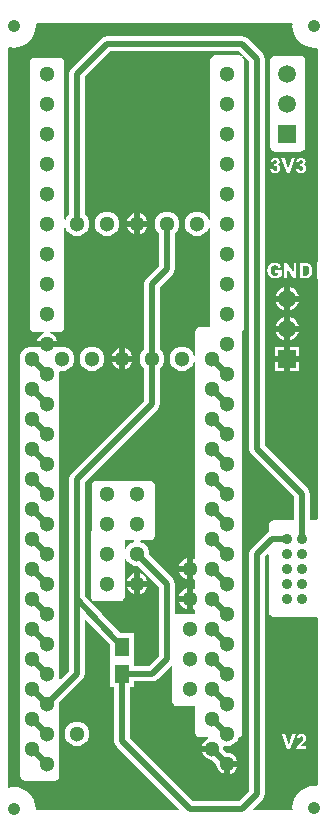
<source format=gtl>
G04 Layer_Physical_Order=1*
G04 Layer_Color=255*
%FSLAX25Y25*%
%MOIN*%
G70*
G01*
G75*
%ADD10R,0.05000X0.06000*%
%ADD11C,0.02000*%
%ADD12C,0.03543*%
%ADD13C,0.05118*%
%ADD14R,0.05906X0.05906*%
%ADD15C,0.05906*%
%ADD16C,0.04200*%
G36*
X87431Y-21056D02*
Y-150000D01*
X87625Y-150976D01*
X88178Y-151802D01*
X102431Y-166056D01*
Y-173864D01*
X95374D01*
X94789Y-173981D01*
X94293Y-174312D01*
X93961Y-174808D01*
X93845Y-175394D01*
Y-177752D01*
X93178Y-178198D01*
X88178Y-183198D01*
X87625Y-184025D01*
X87431Y-185000D01*
Y-263944D01*
X83925Y-267451D01*
X68536D01*
X56783Y-255698D01*
X47529Y-246444D01*
Y-229500D01*
X48980D01*
Y-227549D01*
X54980D01*
X55956Y-227355D01*
X56783Y-226802D01*
X61296Y-222289D01*
X61758Y-222480D01*
Y-234252D01*
X61874Y-234837D01*
X62206Y-235333D01*
X62702Y-235665D01*
X63287Y-235781D01*
X69411D01*
Y-244685D01*
X69527Y-245270D01*
X69858Y-245766D01*
X70355Y-246098D01*
X70940Y-246214D01*
X73513D01*
X73612Y-246714D01*
X73185Y-246891D01*
X72442Y-247462D01*
X71872Y-248205D01*
X71542Y-249000D01*
X74980D01*
Y-251000D01*
X71542D01*
X71872Y-251795D01*
X72442Y-252538D01*
X73185Y-253109D01*
X74051Y-253467D01*
X74963Y-253588D01*
X76393Y-255017D01*
X76513Y-255929D01*
X76872Y-256795D01*
X77442Y-257538D01*
X78185Y-258109D01*
X78980Y-258438D01*
Y-255000D01*
X79980D01*
Y-254000D01*
X83418D01*
X83089Y-253205D01*
X82519Y-252462D01*
X81775Y-251891D01*
X80909Y-251533D01*
X79998Y-251413D01*
X78568Y-249983D01*
X78480Y-249313D01*
X78912Y-248951D01*
X78921Y-248955D01*
X79980Y-249094D01*
X81040Y-248955D01*
X82027Y-248546D01*
X82875Y-247895D01*
X83526Y-247047D01*
X83898Y-246148D01*
X84148Y-246098D01*
X84644Y-245766D01*
X84976Y-245270D01*
X85092Y-244685D01*
Y-110925D01*
X85087Y-110900D01*
X85338Y-110526D01*
X85454Y-109941D01*
Y-20374D01*
X85338Y-19789D01*
X85096Y-19428D01*
X85485Y-19109D01*
X87431Y-21056D01*
D02*
G37*
G36*
X48921Y-181045D02*
X47933Y-181454D01*
X47085Y-182105D01*
X46435Y-182953D01*
X46285Y-183315D01*
X45785Y-183215D01*
Y-180565D01*
X48829D01*
X48921Y-181045D01*
D02*
G37*
G36*
X101507Y-7972D02*
X101843Y-8343D01*
X101768Y-9098D01*
X101907Y-10512D01*
X102320Y-11870D01*
X102989Y-13123D01*
X103890Y-14220D01*
X104988Y-15121D01*
X106240Y-15791D01*
X107599Y-16203D01*
X109012Y-16342D01*
X109767Y-16268D01*
X110138Y-16603D01*
Y-87533D01*
X110030Y-87989D01*
X109638Y-87989D01*
X93405D01*
Y-93198D01*
X109638D01*
X110030Y-93198D01*
X110138Y-93653D01*
Y-173472D01*
X109638Y-173882D01*
X109547Y-173864D01*
X107529D01*
Y-165000D01*
X107335Y-164024D01*
X106783Y-163198D01*
X92529Y-148944D01*
Y-20000D01*
X92335Y-19025D01*
X91783Y-18198D01*
X86783Y-13198D01*
X85956Y-12645D01*
X84980Y-12451D01*
X39980D01*
X39005Y-12645D01*
X38178Y-13198D01*
X28178Y-23198D01*
X27625Y-24024D01*
X27431Y-25000D01*
Y-71840D01*
X27085Y-72105D01*
X26435Y-72953D01*
X26144Y-73656D01*
X25644Y-73556D01*
Y-21161D01*
X25527Y-20576D01*
X25196Y-20080D01*
X24699Y-19748D01*
X24114Y-19632D01*
X15748D01*
X15163Y-19748D01*
X14667Y-20080D01*
X14335Y-20576D01*
X14219Y-21161D01*
Y-109512D01*
X14335Y-110098D01*
X14667Y-110594D01*
X15163Y-110925D01*
X15748Y-111042D01*
X18978D01*
X19051Y-111533D01*
X18185Y-111891D01*
X17442Y-112462D01*
X16872Y-113205D01*
X16542Y-114000D01*
X19980D01*
X23418D01*
X23089Y-113205D01*
X22519Y-112462D01*
X21775Y-111891D01*
X20909Y-111533D01*
X20983Y-111042D01*
X24114D01*
X24699Y-110925D01*
X25196Y-110594D01*
X25527Y-110098D01*
X25644Y-109512D01*
Y-76444D01*
X26144Y-76344D01*
X26435Y-77047D01*
X27085Y-77895D01*
X27933Y-78546D01*
X28921Y-78955D01*
X29980Y-79094D01*
X31040Y-78955D01*
X32027Y-78546D01*
X32875Y-77895D01*
X33526Y-77047D01*
X33935Y-76060D01*
X34074Y-75000D01*
X33935Y-73940D01*
X33526Y-72953D01*
X32875Y-72105D01*
X32529Y-71840D01*
Y-26056D01*
X41036Y-17549D01*
X83925D01*
X85189Y-18814D01*
X84870Y-19202D01*
X84510Y-18961D01*
X83925Y-18845D01*
X75886D01*
X75301Y-18961D01*
X74804Y-19293D01*
X74473Y-19789D01*
X74356Y-20374D01*
Y-73651D01*
X73856Y-73751D01*
X73526Y-72953D01*
X72875Y-72105D01*
X72027Y-71454D01*
X71040Y-71045D01*
X69980Y-70906D01*
X68921Y-71045D01*
X67933Y-71454D01*
X67085Y-72105D01*
X66435Y-72953D01*
X66026Y-73940D01*
X65886Y-75000D01*
X66026Y-76060D01*
X66435Y-77047D01*
X67085Y-77895D01*
X67933Y-78546D01*
X68921Y-78955D01*
X69980Y-79094D01*
X71040Y-78955D01*
X72027Y-78546D01*
X72875Y-77895D01*
X73526Y-77047D01*
X73856Y-76249D01*
X74356Y-76349D01*
Y-109396D01*
X70940D01*
X70355Y-109512D01*
X69858Y-109844D01*
X69527Y-110340D01*
X69411Y-110925D01*
Y-118840D01*
X68935Y-118940D01*
X68526Y-117953D01*
X67875Y-117105D01*
X67027Y-116454D01*
X66040Y-116045D01*
X64980Y-115906D01*
X63921Y-116045D01*
X62933Y-116454D01*
X62085Y-117105D01*
X61435Y-117953D01*
X61026Y-118940D01*
X60886Y-120000D01*
X61026Y-121060D01*
X61435Y-122047D01*
X62085Y-122895D01*
X62933Y-123546D01*
X63921Y-123955D01*
X64980Y-124094D01*
X66040Y-123955D01*
X67027Y-123546D01*
X67875Y-122895D01*
X68526Y-122047D01*
X68935Y-121060D01*
X69411Y-121160D01*
Y-186406D01*
X68910Y-186740D01*
X68480Y-186562D01*
Y-190000D01*
Y-193438D01*
X68910Y-193260D01*
X69411Y-193594D01*
Y-196406D01*
X68910Y-196740D01*
X68480Y-196562D01*
Y-200000D01*
Y-203438D01*
X68910Y-203260D01*
X69411Y-203594D01*
Y-204925D01*
X63287D01*
X63029Y-204976D01*
X62529Y-204601D01*
Y-195000D01*
X62335Y-194025D01*
X61783Y-193198D01*
X54018Y-185432D01*
X54074Y-185000D01*
X53935Y-183940D01*
X53526Y-182953D01*
X52875Y-182105D01*
X52027Y-181454D01*
X51040Y-181045D01*
X51131Y-180565D01*
X54331D01*
X54916Y-180448D01*
X55412Y-180117D01*
X55744Y-179621D01*
X55860Y-179035D01*
Y-162106D01*
X55744Y-161521D01*
X55412Y-161025D01*
X54916Y-160693D01*
X54331Y-160577D01*
X36417D01*
X35832Y-160693D01*
X35336Y-161025D01*
X35004Y-161521D01*
X34888Y-162106D01*
Y-177051D01*
X34611Y-177466D01*
X34494Y-178051D01*
Y-199311D01*
X34611Y-199896D01*
X34942Y-200393D01*
X35438Y-200724D01*
X36024Y-200840D01*
X44256D01*
X44841Y-200724D01*
X45337Y-200393D01*
X45669Y-199896D01*
X45785Y-199311D01*
Y-186785D01*
X46285Y-186685D01*
X46435Y-187047D01*
X47085Y-187895D01*
X47933Y-188546D01*
X48921Y-188955D01*
X49980Y-189094D01*
X50413Y-189037D01*
X57431Y-196056D01*
Y-218944D01*
X53925Y-222451D01*
X48980D01*
Y-220500D01*
Y-211500D01*
X44256D01*
X32529Y-198992D01*
Y-161056D01*
X56783Y-136802D01*
X57335Y-135976D01*
X57529Y-135000D01*
Y-123160D01*
X57875Y-122895D01*
X58526Y-122047D01*
X58935Y-121060D01*
X59074Y-120000D01*
X58935Y-118940D01*
X58526Y-117953D01*
X57875Y-117105D01*
X57529Y-116840D01*
Y-96056D01*
X61783Y-91802D01*
X62335Y-90975D01*
X62529Y-90000D01*
Y-78160D01*
X62875Y-77895D01*
X63526Y-77047D01*
X63935Y-76060D01*
X64074Y-75000D01*
X63935Y-73940D01*
X63526Y-72953D01*
X62875Y-72105D01*
X62027Y-71454D01*
X61040Y-71045D01*
X59980Y-70906D01*
X58921Y-71045D01*
X57933Y-71454D01*
X57085Y-72105D01*
X56435Y-72953D01*
X56026Y-73940D01*
X55886Y-75000D01*
X56026Y-76060D01*
X56435Y-77047D01*
X57085Y-77895D01*
X57431Y-78160D01*
Y-88944D01*
X53178Y-93198D01*
X52625Y-94024D01*
X52431Y-95000D01*
Y-116840D01*
X52085Y-117105D01*
X51435Y-117953D01*
X51026Y-118940D01*
X50886Y-120000D01*
X51026Y-121060D01*
X51435Y-122047D01*
X52085Y-122895D01*
X52431Y-123160D01*
Y-133944D01*
X28178Y-158198D01*
X27625Y-159025D01*
X27431Y-160000D01*
Y-200000D01*
Y-223944D01*
X24531Y-226845D01*
X24069Y-226654D01*
Y-225043D01*
X24074Y-225000D01*
X24069Y-224957D01*
Y-215043D01*
X24074Y-215000D01*
X24069Y-214957D01*
Y-205043D01*
X24074Y-205000D01*
X24069Y-204957D01*
Y-195043D01*
X24074Y-195000D01*
X24069Y-194957D01*
Y-185043D01*
X24074Y-185000D01*
X24069Y-184957D01*
Y-175043D01*
X24074Y-175000D01*
X24069Y-174957D01*
Y-165043D01*
X24074Y-165000D01*
X24069Y-164957D01*
Y-155043D01*
X24074Y-155000D01*
X24069Y-154957D01*
Y-145043D01*
X24074Y-145000D01*
X24069Y-144957D01*
Y-135043D01*
X24074Y-135000D01*
X24069Y-134957D01*
Y-125043D01*
X24074Y-125000D01*
X24069Y-124957D01*
Y-124353D01*
X24445Y-124024D01*
X24980Y-124094D01*
X26040Y-123955D01*
X27027Y-123546D01*
X27875Y-122895D01*
X28526Y-122047D01*
X28935Y-121060D01*
X29074Y-120000D01*
X28935Y-118940D01*
X28526Y-117953D01*
X27875Y-117105D01*
X27027Y-116454D01*
X26040Y-116045D01*
X24980Y-115906D01*
X23921Y-116045D01*
X23912Y-116049D01*
X23853Y-116000D01*
X19980D01*
X16107D01*
X16049Y-116049D01*
X16040Y-116045D01*
X14980Y-115906D01*
X13921Y-116045D01*
X12933Y-116454D01*
X12085Y-117105D01*
X11435Y-117953D01*
X11026Y-118940D01*
X10886Y-120000D01*
X11026Y-121060D01*
X11069Y-121164D01*
Y-128836D01*
X11026Y-128940D01*
X10886Y-130000D01*
X11026Y-131060D01*
X11069Y-131164D01*
Y-138836D01*
X11026Y-138940D01*
X10886Y-140000D01*
X11026Y-141060D01*
X11069Y-141164D01*
Y-148836D01*
X11026Y-148940D01*
X10886Y-150000D01*
X11026Y-151060D01*
X11069Y-151164D01*
Y-158836D01*
X11026Y-158940D01*
X10886Y-160000D01*
X11026Y-161060D01*
X11069Y-161164D01*
Y-168836D01*
X11026Y-168940D01*
X10886Y-170000D01*
X11026Y-171060D01*
X11069Y-171164D01*
Y-178836D01*
X11026Y-178940D01*
X10886Y-180000D01*
X11026Y-181060D01*
X11069Y-181164D01*
Y-188836D01*
X11026Y-188940D01*
X10886Y-190000D01*
X11026Y-191060D01*
X11069Y-191164D01*
Y-198836D01*
X11026Y-198940D01*
X10886Y-200000D01*
X11026Y-201060D01*
X11069Y-201164D01*
Y-208836D01*
X11026Y-208940D01*
X10886Y-210000D01*
X11026Y-211060D01*
X11069Y-211164D01*
Y-218836D01*
X11026Y-218940D01*
X10886Y-220000D01*
X11026Y-221060D01*
X11069Y-221164D01*
Y-228836D01*
X11026Y-228940D01*
X10886Y-230000D01*
X11026Y-231060D01*
X11069Y-231164D01*
Y-238836D01*
X11026Y-238940D01*
X10886Y-240000D01*
X11026Y-241060D01*
X11069Y-241164D01*
Y-248836D01*
X11026Y-248940D01*
X10886Y-250000D01*
X11026Y-251060D01*
X11069Y-251164D01*
Y-259055D01*
X11186Y-259640D01*
X11517Y-260137D01*
X12013Y-260468D01*
X12598Y-260584D01*
X22539D01*
X23125Y-260468D01*
X23621Y-260137D01*
X23952Y-259640D01*
X24069Y-259055D01*
Y-255043D01*
X24074Y-255000D01*
X24069Y-254957D01*
Y-245043D01*
X24074Y-245000D01*
X24069Y-244957D01*
Y-235043D01*
X24074Y-235000D01*
X24069Y-234957D01*
Y-234516D01*
X31783Y-226802D01*
X32335Y-225975D01*
X32529Y-225000D01*
Y-207126D01*
X32994Y-206942D01*
X40980Y-215460D01*
Y-220500D01*
Y-229500D01*
X42431D01*
Y-247500D01*
X42625Y-248476D01*
X43178Y-249302D01*
X53178Y-259302D01*
X55678Y-261802D01*
X63886Y-270010D01*
X63695Y-270473D01*
X16550Y-270472D01*
X16214Y-270102D01*
X16224Y-270000D01*
X16085Y-268587D01*
X15673Y-267228D01*
X15003Y-265976D01*
X14102Y-264878D01*
X13005Y-263977D01*
X11752Y-263308D01*
X10393Y-262896D01*
X8980Y-262756D01*
X7567Y-262896D01*
X7350Y-262961D01*
X6949Y-262664D01*
X6949Y-16337D01*
X7350Y-16039D01*
X7567Y-16104D01*
X8980Y-16243D01*
X10393Y-16104D01*
X11752Y-15692D01*
X13005Y-15023D01*
X14102Y-14122D01*
X15003Y-13024D01*
X15673Y-11772D01*
X16085Y-10413D01*
X16224Y-9000D01*
X16159Y-8343D01*
X16495Y-7972D01*
X101507Y-7972D01*
D02*
G37*
G36*
X93845Y-185394D02*
Y-204429D01*
X93961Y-205014D01*
X94293Y-205511D01*
X94789Y-205842D01*
X95374Y-205959D01*
X109547D01*
X109638Y-205941D01*
X110138Y-206351D01*
Y-262137D01*
X109767Y-262473D01*
X109012Y-262398D01*
X107599Y-262537D01*
X106240Y-262950D01*
X104988Y-263619D01*
X103890Y-264520D01*
X102989Y-265617D01*
X102320Y-266870D01*
X101907Y-268229D01*
X101768Y-269642D01*
X101814Y-270102D01*
X101478Y-270473D01*
X88766D01*
X88575Y-270010D01*
X91783Y-266802D01*
X92335Y-265975D01*
X92529Y-265000D01*
Y-186056D01*
X93383Y-185202D01*
X93845Y-185394D01*
D02*
G37*
G36*
X93409Y-90711D02*
X93420Y-90842D01*
X93435Y-90970D01*
X93453Y-91094D01*
X93475Y-91210D01*
X93500Y-91319D01*
X93526Y-91425D01*
X93555Y-91520D01*
X93580Y-91607D01*
X93606Y-91687D01*
X93631Y-91752D01*
X93653Y-91811D01*
X93675Y-91858D01*
X93689Y-91891D01*
X93697Y-91913D01*
X93700Y-91920D01*
X93759Y-92033D01*
X93824Y-92138D01*
X93890Y-92237D01*
X93962Y-92328D01*
X94035Y-92411D01*
X94108Y-92491D01*
X94181Y-92561D01*
X94250Y-92623D01*
X94319Y-92681D01*
X94381Y-92728D01*
X94436Y-92772D01*
X94487Y-92804D01*
X94527Y-92830D01*
X94556Y-92852D01*
X94574Y-92863D01*
X94581Y-92866D01*
X94694Y-92925D01*
X94811Y-92976D01*
X94927Y-93019D01*
X95047Y-93059D01*
X95164Y-93088D01*
X95276Y-93117D01*
X95386Y-93139D01*
X95491Y-93158D01*
X95590Y-93168D01*
X95680Y-93179D01*
X95761Y-93187D01*
X95830Y-93194D01*
X95884D01*
X95906Y-93198D01*
X93405D01*
Y-90577D01*
X93409Y-90711D01*
D02*
G37*
G36*
X95775Y-87992D02*
X95648Y-88000D01*
X95524Y-88011D01*
X95411Y-88029D01*
X95306Y-88047D01*
X95207Y-88069D01*
X95113Y-88091D01*
X95029Y-88112D01*
X94956Y-88138D01*
X94891Y-88160D01*
X94832Y-88182D01*
X94785Y-88200D01*
X94749Y-88218D01*
X94720Y-88229D01*
X94705Y-88236D01*
X94698Y-88240D01*
X94581Y-88305D01*
X94476Y-88375D01*
X94374Y-88447D01*
X94279Y-88524D01*
X94192Y-88604D01*
X94115Y-88680D01*
X94042Y-88757D01*
X93977Y-88833D01*
X93922Y-88902D01*
X93871Y-88968D01*
X93828Y-89026D01*
X93795Y-89077D01*
X93770Y-89121D01*
X93748Y-89154D01*
X93737Y-89172D01*
X93733Y-89179D01*
X93675Y-89296D01*
X93624Y-89416D01*
X93580Y-89536D01*
X93544Y-89656D01*
X93511Y-89772D01*
X93486Y-89889D01*
X93464Y-90002D01*
X93446Y-90107D01*
X93435Y-90206D01*
X93424Y-90297D01*
X93416Y-90377D01*
X93409Y-90446D01*
Y-90500D01*
X93405Y-90522D01*
Y-87989D01*
X95906D01*
X95775Y-87992D01*
D02*
G37*
G36*
X110030Y-93198D02*
X95961D01*
X96077Y-93194D01*
X96194Y-93187D01*
X96307Y-93176D01*
X96416Y-93161D01*
X96521Y-93143D01*
X96623Y-93125D01*
X96718Y-93103D01*
X96809Y-93081D01*
X96889Y-93059D01*
X96962Y-93037D01*
X97027Y-93019D01*
X97082Y-93001D01*
X97129Y-92987D01*
X97162Y-92976D01*
X97180Y-92968D01*
X97188Y-92965D01*
X97297Y-92921D01*
X97402Y-92874D01*
X97500Y-92826D01*
X97588Y-92779D01*
X97672Y-92732D01*
X97748Y-92688D01*
X97817Y-92644D01*
X97879Y-92604D01*
X97934Y-92564D01*
X97981Y-92528D01*
X98025Y-92499D01*
X98057Y-92470D01*
X98083Y-92448D01*
X98101Y-92433D01*
X98112Y-92422D01*
X98116Y-92419D01*
Y-90409D01*
X95924D01*
Y-91261D01*
X97089D01*
Y-91902D01*
X96998Y-91967D01*
X96904Y-92026D01*
X96812Y-92076D01*
X96725Y-92120D01*
X96685Y-92138D01*
X96649Y-92157D01*
X96616Y-92171D01*
X96591Y-92182D01*
X96569Y-92193D01*
X96551Y-92197D01*
X96539Y-92204D01*
X96536D01*
X96416Y-92244D01*
X96299Y-92277D01*
X96194Y-92299D01*
X96143Y-92306D01*
X96096Y-92313D01*
X96052Y-92317D01*
X96015Y-92320D01*
X95979Y-92324D01*
X95950D01*
X95928Y-92328D01*
X95895D01*
X95779Y-92324D01*
X95666Y-92309D01*
X95560Y-92288D01*
X95462Y-92259D01*
X95367Y-92222D01*
X95280Y-92186D01*
X95204Y-92146D01*
X95131Y-92102D01*
X95069Y-92062D01*
X95011Y-92022D01*
X94963Y-91982D01*
X94923Y-91949D01*
X94891Y-91920D01*
X94869Y-91898D01*
X94854Y-91884D01*
X94851Y-91880D01*
X94781Y-91793D01*
X94720Y-91694D01*
X94665Y-91589D01*
X94621Y-91479D01*
X94581Y-91370D01*
X94552Y-91258D01*
X94523Y-91148D01*
X94505Y-91039D01*
X94487Y-90937D01*
X94476Y-90842D01*
X94465Y-90759D01*
X94461Y-90682D01*
X94458Y-90650D01*
Y-90620D01*
X94454Y-90599D01*
Y-90577D01*
Y-90559D01*
Y-90548D01*
Y-90540D01*
Y-90537D01*
X94458Y-90387D01*
X94472Y-90246D01*
X94490Y-90114D01*
X94516Y-89991D01*
X94545Y-89878D01*
X94578Y-89776D01*
X94614Y-89681D01*
X94650Y-89598D01*
X94687Y-89525D01*
X94723Y-89463D01*
X94756Y-89408D01*
X94785Y-89365D01*
X94811Y-89328D01*
X94829Y-89303D01*
X94843Y-89288D01*
X94847Y-89285D01*
X94923Y-89208D01*
X95007Y-89143D01*
X95091Y-89088D01*
X95178Y-89037D01*
X95266Y-88997D01*
X95357Y-88964D01*
X95440Y-88935D01*
X95524Y-88913D01*
X95604Y-88895D01*
X95673Y-88881D01*
X95739Y-88873D01*
X95797Y-88866D01*
X95841Y-88862D01*
X95877Y-88859D01*
X95906D01*
X95986Y-88862D01*
X96063Y-88870D01*
X96139Y-88881D01*
X96205Y-88892D01*
X96270Y-88910D01*
X96332Y-88928D01*
X96387Y-88946D01*
X96438Y-88968D01*
X96481Y-88990D01*
X96521Y-89008D01*
X96558Y-89026D01*
X96587Y-89044D01*
X96609Y-89055D01*
X96623Y-89066D01*
X96634Y-89073D01*
X96638Y-89077D01*
X96692Y-89117D01*
X96740Y-89165D01*
X96783Y-89212D01*
X96827Y-89259D01*
X96864Y-89306D01*
X96896Y-89357D01*
X96925Y-89405D01*
X96951Y-89448D01*
X96973Y-89492D01*
X96991Y-89532D01*
X97009Y-89569D01*
X97020Y-89598D01*
X97031Y-89623D01*
X97038Y-89645D01*
X97042Y-89656D01*
Y-89660D01*
X98050Y-89470D01*
X98017Y-89343D01*
X97977Y-89226D01*
X97930Y-89113D01*
X97879Y-89008D01*
X97825Y-88913D01*
X97766Y-88822D01*
X97712Y-88742D01*
X97653Y-88669D01*
X97599Y-88604D01*
X97544Y-88546D01*
X97497Y-88498D01*
X97453Y-88458D01*
X97420Y-88426D01*
X97391Y-88404D01*
X97377Y-88389D01*
X97369Y-88385D01*
X97268Y-88316D01*
X97155Y-88254D01*
X97038Y-88200D01*
X96918Y-88156D01*
X96798Y-88116D01*
X96674Y-88087D01*
X96554Y-88058D01*
X96441Y-88040D01*
X96332Y-88021D01*
X96230Y-88011D01*
X96139Y-88000D01*
X96059Y-87996D01*
X96026Y-87992D01*
X95997D01*
X95968Y-87989D01*
X110030D01*
Y-93198D01*
D02*
G37*
%LPC*%
G36*
X66480Y-196562D02*
X65685Y-196891D01*
X64942Y-197462D01*
X64372Y-198205D01*
X64042Y-199000D01*
X66480D01*
Y-196562D01*
D02*
G37*
G36*
X53418Y-196000D02*
X50980D01*
Y-198438D01*
X51775Y-198109D01*
X52519Y-197538D01*
X53089Y-196795D01*
X53418Y-196000D01*
D02*
G37*
G36*
X48980Y-76000D02*
X46542D01*
X46872Y-76795D01*
X47442Y-77538D01*
X48185Y-78109D01*
X48980Y-78438D01*
Y-76000D01*
D02*
G37*
G36*
X66480Y-201000D02*
X64042D01*
X64372Y-201795D01*
X64942Y-202538D01*
X65685Y-203109D01*
X66480Y-203438D01*
Y-201000D01*
D02*
G37*
G36*
X48980Y-196000D02*
X46542D01*
X46872Y-196795D01*
X47442Y-197538D01*
X48185Y-198109D01*
X48980Y-198438D01*
Y-196000D01*
D02*
G37*
G36*
X66480Y-191000D02*
X64042D01*
X64372Y-191795D01*
X64942Y-192538D01*
X65685Y-193109D01*
X66480Y-193438D01*
Y-191000D01*
D02*
G37*
G36*
Y-186562D02*
X65685Y-186891D01*
X64942Y-187462D01*
X64372Y-188205D01*
X64042Y-189000D01*
X66480D01*
Y-186562D01*
D02*
G37*
G36*
X48980Y-191562D02*
X48185Y-191891D01*
X47442Y-192462D01*
X46872Y-193205D01*
X46542Y-194000D01*
X48980D01*
Y-191562D01*
D02*
G37*
G36*
X50980Y-191562D02*
Y-194000D01*
X53418D01*
X53089Y-193205D01*
X52519Y-192462D01*
X51775Y-191891D01*
X50980Y-191562D01*
D02*
G37*
G36*
X103059Y-88073D02*
X102116D01*
Y-91447D01*
X100048Y-88073D01*
X99062D01*
Y-93110D01*
X100005D01*
Y-89812D01*
X102040Y-93110D01*
X103059D01*
Y-88073D01*
D02*
G37*
G36*
X106340Y-52105D02*
X94390D01*
Y-58169D01*
X106340D01*
Y-52105D01*
D02*
G37*
G36*
X104433Y-18943D02*
X95866D01*
X95281Y-19060D01*
X94785Y-19391D01*
X94453Y-19887D01*
X94337Y-20472D01*
Y-49453D01*
X94453Y-50038D01*
X94785Y-50534D01*
X95281Y-50866D01*
X95866Y-50982D01*
X104433D01*
X105018Y-50866D01*
X105515Y-50534D01*
X105846Y-50038D01*
X105962Y-49453D01*
Y-20472D01*
X105846Y-19887D01*
X105515Y-19391D01*
X105018Y-19060D01*
X104433Y-18943D01*
D02*
G37*
G36*
X106091Y-88073D02*
X104133D01*
Y-93110D01*
X106146D01*
X106244Y-93107D01*
X106335Y-93099D01*
X106422Y-93092D01*
X106502Y-93085D01*
X106579Y-93077D01*
X106644Y-93067D01*
X106706Y-93056D01*
X106761Y-93048D01*
X106808Y-93037D01*
X106852Y-93030D01*
X106884Y-93019D01*
X106910Y-93016D01*
X106932Y-93008D01*
X106943Y-93005D01*
X106946D01*
X107030Y-92976D01*
X107106Y-92946D01*
X107179Y-92914D01*
X107248Y-92881D01*
X107310Y-92848D01*
X107369Y-92815D01*
X107423Y-92783D01*
X107471Y-92750D01*
X107514Y-92721D01*
X107551Y-92692D01*
X107583Y-92670D01*
X107612Y-92648D01*
X107631Y-92630D01*
X107649Y-92615D01*
X107656Y-92608D01*
X107660Y-92604D01*
X107725Y-92539D01*
X107783Y-92466D01*
X107838Y-92393D01*
X107893Y-92320D01*
X107940Y-92244D01*
X107984Y-92171D01*
X108024Y-92098D01*
X108060Y-92029D01*
X108093Y-91964D01*
X108122Y-91905D01*
X108144Y-91851D01*
X108162Y-91803D01*
X108180Y-91767D01*
X108191Y-91738D01*
X108195Y-91720D01*
X108198Y-91712D01*
X108228Y-91625D01*
X108249Y-91538D01*
X108290Y-91356D01*
X108319Y-91177D01*
X108326Y-91090D01*
X108337Y-91010D01*
X108340Y-90934D01*
X108348Y-90864D01*
X108351Y-90799D01*
Y-90748D01*
X108355Y-90704D01*
Y-90671D01*
Y-90650D01*
Y-90642D01*
Y-90511D01*
X108348Y-90387D01*
X108340Y-90267D01*
X108329Y-90158D01*
X108315Y-90053D01*
X108300Y-89954D01*
X108286Y-89863D01*
X108271Y-89780D01*
X108257Y-89707D01*
X108242Y-89641D01*
X108228Y-89587D01*
X108213Y-89539D01*
X108202Y-89499D01*
X108195Y-89474D01*
X108191Y-89456D01*
X108188Y-89452D01*
X108155Y-89365D01*
X108118Y-89277D01*
X108082Y-89197D01*
X108042Y-89121D01*
X108002Y-89048D01*
X107962Y-88982D01*
X107925Y-88921D01*
X107885Y-88862D01*
X107849Y-88811D01*
X107816Y-88768D01*
X107787Y-88728D01*
X107758Y-88695D01*
X107736Y-88669D01*
X107722Y-88651D01*
X107711Y-88640D01*
X107707Y-88637D01*
X107645Y-88575D01*
X107583Y-88520D01*
X107518Y-88469D01*
X107456Y-88422D01*
X107390Y-88382D01*
X107328Y-88342D01*
X107267Y-88309D01*
X107208Y-88276D01*
X107154Y-88251D01*
X107103Y-88229D01*
X107059Y-88211D01*
X107019Y-88196D01*
X106990Y-88185D01*
X106965Y-88178D01*
X106950Y-88171D01*
X106946D01*
X106881Y-88153D01*
X106812Y-88138D01*
X106735Y-88123D01*
X106659Y-88112D01*
X106499Y-88098D01*
X106422Y-88091D01*
X106346Y-88083D01*
X106273Y-88080D01*
X106207Y-88076D01*
X106146D01*
X106091Y-88073D01*
D02*
G37*
G36*
X50980Y-71562D02*
Y-74000D01*
X53418D01*
X53089Y-73205D01*
X52519Y-72462D01*
X51775Y-71891D01*
X50980Y-71562D01*
D02*
G37*
G36*
X106382Y-245042D02*
X98130D01*
Y-250098D01*
X106382D01*
Y-245042D01*
D02*
G37*
G36*
X29980Y-240906D02*
X28921Y-241045D01*
X27933Y-241454D01*
X27085Y-242105D01*
X26435Y-242953D01*
X26026Y-243940D01*
X25886Y-245000D01*
X26026Y-246060D01*
X26435Y-247047D01*
X27085Y-247895D01*
X27933Y-248546D01*
X28921Y-248955D01*
X29980Y-249094D01*
X31040Y-248955D01*
X32027Y-248546D01*
X32875Y-247895D01*
X33526Y-247047D01*
X33935Y-246060D01*
X34074Y-245000D01*
X33935Y-243940D01*
X33526Y-242953D01*
X32875Y-242105D01*
X32027Y-241454D01*
X31040Y-241045D01*
X29980Y-240906D01*
D02*
G37*
G36*
X48980Y-71562D02*
X48185Y-71891D01*
X47442Y-72462D01*
X46872Y-73205D01*
X46542Y-74000D01*
X48980D01*
Y-71562D01*
D02*
G37*
G36*
X83418Y-256000D02*
X80980D01*
Y-258438D01*
X81775Y-258109D01*
X82519Y-257538D01*
X83089Y-256795D01*
X83418Y-256000D01*
D02*
G37*
G36*
X53418Y-76000D02*
X50980D01*
Y-78438D01*
X51775Y-78109D01*
X52519Y-77538D01*
X53089Y-76795D01*
X53418Y-76000D01*
D02*
G37*
G36*
X98980Y-111000D02*
X96125D01*
X96129Y-111032D01*
X96528Y-111993D01*
X97161Y-112819D01*
X97987Y-113453D01*
X98948Y-113851D01*
X98980Y-113855D01*
Y-111000D01*
D02*
G37*
G36*
Y-106145D02*
X98948Y-106149D01*
X97987Y-106547D01*
X97161Y-107181D01*
X96528Y-108007D01*
X96129Y-108968D01*
X96125Y-109000D01*
X98980D01*
Y-106145D01*
D02*
G37*
G36*
X103933Y-116047D02*
X100980D01*
Y-119000D01*
X103933D01*
Y-116047D01*
D02*
G37*
G36*
X103835Y-111000D02*
X100980D01*
Y-113855D01*
X101012Y-113851D01*
X101974Y-113453D01*
X102799Y-112819D01*
X103433Y-111993D01*
X103831Y-111032D01*
X103835Y-111000D01*
D02*
G37*
G36*
X100980Y-106145D02*
Y-109000D01*
X103835D01*
X103831Y-108968D01*
X103433Y-108007D01*
X102799Y-107181D01*
X101974Y-106547D01*
X101012Y-106149D01*
X100980Y-106145D01*
D02*
G37*
G36*
X98980Y-96145D02*
X98948Y-96149D01*
X97987Y-96547D01*
X97161Y-97181D01*
X96528Y-98007D01*
X96129Y-98968D01*
X96125Y-99000D01*
X98980D01*
Y-96145D01*
D02*
G37*
G36*
X100980D02*
Y-99000D01*
X103835D01*
X103831Y-98968D01*
X103433Y-98007D01*
X102799Y-97181D01*
X101974Y-96547D01*
X101012Y-96149D01*
X100980Y-96145D01*
D02*
G37*
G36*
X103835Y-101000D02*
X100980D01*
Y-103855D01*
X101012Y-103851D01*
X101974Y-103453D01*
X102799Y-102819D01*
X103433Y-101993D01*
X103831Y-101032D01*
X103835Y-101000D01*
D02*
G37*
G36*
X98980D02*
X96125D01*
X96129Y-101032D01*
X96528Y-101993D01*
X97161Y-102819D01*
X97987Y-103453D01*
X98948Y-103851D01*
X98980Y-103855D01*
Y-101000D01*
D02*
G37*
G36*
X103933Y-121000D02*
X100980D01*
Y-123953D01*
X103933D01*
Y-121000D01*
D02*
G37*
G36*
X48418D02*
X45980D01*
Y-123438D01*
X46775Y-123109D01*
X47519Y-122538D01*
X48089Y-121795D01*
X48418Y-121000D01*
D02*
G37*
G36*
X98980D02*
X96028D01*
Y-123953D01*
X98980D01*
Y-121000D01*
D02*
G37*
G36*
X39980Y-70906D02*
X38921Y-71045D01*
X37933Y-71454D01*
X37085Y-72105D01*
X36435Y-72953D01*
X36026Y-73940D01*
X35886Y-75000D01*
X36026Y-76060D01*
X36435Y-77047D01*
X37085Y-77895D01*
X37933Y-78546D01*
X38921Y-78955D01*
X39980Y-79094D01*
X41040Y-78955D01*
X42027Y-78546D01*
X42875Y-77895D01*
X43526Y-77047D01*
X43935Y-76060D01*
X44074Y-75000D01*
X43935Y-73940D01*
X43526Y-72953D01*
X42875Y-72105D01*
X42027Y-71454D01*
X41040Y-71045D01*
X39980Y-70906D01*
D02*
G37*
G36*
X34980Y-115906D02*
X33921Y-116045D01*
X32933Y-116454D01*
X32085Y-117105D01*
X31435Y-117953D01*
X31026Y-118940D01*
X30886Y-120000D01*
X31026Y-121060D01*
X31435Y-122047D01*
X32085Y-122895D01*
X32933Y-123546D01*
X33921Y-123955D01*
X34980Y-124094D01*
X36040Y-123955D01*
X37027Y-123546D01*
X37875Y-122895D01*
X38526Y-122047D01*
X38935Y-121060D01*
X39074Y-120000D01*
X38935Y-118940D01*
X38526Y-117953D01*
X37875Y-117105D01*
X37027Y-116454D01*
X36040Y-116045D01*
X34980Y-115906D01*
D02*
G37*
G36*
X43980Y-121000D02*
X41542D01*
X41872Y-121795D01*
X42442Y-122538D01*
X43185Y-123109D01*
X43980Y-123438D01*
Y-121000D01*
D02*
G37*
G36*
X98980Y-116047D02*
X96028D01*
Y-119000D01*
X98980D01*
Y-116047D01*
D02*
G37*
G36*
X43980Y-116562D02*
X43185Y-116891D01*
X42442Y-117462D01*
X41872Y-118205D01*
X41542Y-119000D01*
X43980D01*
Y-116562D01*
D02*
G37*
G36*
X45980Y-116562D02*
Y-119000D01*
X48418D01*
X48089Y-118205D01*
X47519Y-117462D01*
X46775Y-116891D01*
X45980Y-116562D01*
D02*
G37*
%LPD*%
G36*
X106340Y-58169D02*
X104647D01*
X104778Y-58166D01*
X104906Y-58148D01*
X105026Y-58126D01*
X105139Y-58096D01*
X105248Y-58060D01*
X105346Y-58020D01*
X105437Y-57980D01*
X105521Y-57936D01*
X105594Y-57893D01*
X105663Y-57849D01*
X105717Y-57813D01*
X105765Y-57776D01*
X105801Y-57747D01*
X105830Y-57722D01*
X105845Y-57707D01*
X105852Y-57703D01*
X105939Y-57612D01*
X106012Y-57521D01*
X106078Y-57427D01*
X106136Y-57328D01*
X106180Y-57234D01*
X106220Y-57139D01*
X106253Y-57048D01*
X106278Y-56961D01*
X106300Y-56881D01*
X106314Y-56808D01*
X106325Y-56739D01*
X106333Y-56684D01*
X106336Y-56637D01*
X106340Y-56600D01*
Y-58169D01*
D02*
G37*
G36*
Y-56571D02*
X106336Y-56488D01*
X106329Y-56407D01*
X106314Y-56331D01*
X106300Y-56258D01*
X106282Y-56189D01*
X106260Y-56124D01*
X106234Y-56065D01*
X106212Y-56011D01*
X106187Y-55963D01*
X106161Y-55920D01*
X106140Y-55880D01*
X106122Y-55851D01*
X106107Y-55825D01*
X106092Y-55807D01*
X106085Y-55796D01*
X106081Y-55792D01*
X106030Y-55734D01*
X105976Y-55683D01*
X105921Y-55632D01*
X105863Y-55592D01*
X105808Y-55552D01*
X105750Y-55519D01*
X105692Y-55490D01*
X105637Y-55465D01*
X105586Y-55443D01*
X105539Y-55425D01*
X105499Y-55406D01*
X105463Y-55396D01*
X105430Y-55388D01*
X105408Y-55381D01*
X105394Y-55377D01*
X105390D01*
X105455Y-55341D01*
X105517Y-55301D01*
X105576Y-55261D01*
X105630Y-55217D01*
X105681Y-55177D01*
X105728Y-55133D01*
X105812Y-55046D01*
X105881Y-54955D01*
X105939Y-54868D01*
X105987Y-54781D01*
X106027Y-54700D01*
X106056Y-54620D01*
X106078Y-54548D01*
X106096Y-54486D01*
X106107Y-54427D01*
X106114Y-54380D01*
X106118Y-54347D01*
Y-54325D01*
Y-54318D01*
X106114Y-54231D01*
X106103Y-54147D01*
X106085Y-54067D01*
X106063Y-53991D01*
X106034Y-53918D01*
X106005Y-53849D01*
X105972Y-53783D01*
X105939Y-53725D01*
X105907Y-53670D01*
X105874Y-53623D01*
X105845Y-53583D01*
X105816Y-53547D01*
X105794Y-53517D01*
X105776Y-53499D01*
X105765Y-53485D01*
X105761Y-53481D01*
X105677Y-53401D01*
X105590Y-53332D01*
X105495Y-53270D01*
X105401Y-53219D01*
X105306Y-53175D01*
X105211Y-53135D01*
X105121Y-53106D01*
X105029Y-53084D01*
X104946Y-53062D01*
X104869Y-53052D01*
X104800Y-53040D01*
X104738Y-53033D01*
X104691Y-53030D01*
X104655Y-53026D01*
X104545D01*
X104469Y-53033D01*
X104327Y-53052D01*
X104261Y-53062D01*
X104200Y-53077D01*
X104141Y-53088D01*
X104087Y-53102D01*
X104039Y-53117D01*
X103996Y-53132D01*
X103959Y-53146D01*
X103927Y-53157D01*
X103901Y-53168D01*
X103883Y-53175D01*
X103872Y-53179D01*
X103868Y-53183D01*
X103748Y-53244D01*
X103697Y-53281D01*
X103646Y-53317D01*
X103599Y-53350D01*
X103555Y-53386D01*
X103515Y-53423D01*
X103482Y-53456D01*
X103450Y-53488D01*
X103421Y-53517D01*
X103399Y-53543D01*
X103381Y-53568D01*
X103362Y-53587D01*
X103351Y-53601D01*
X103348Y-53608D01*
X103344Y-53612D01*
X103311Y-53667D01*
X103279Y-53721D01*
X103224Y-53841D01*
X103177Y-53965D01*
X103137Y-54082D01*
X103119Y-54132D01*
X103108Y-54184D01*
X103093Y-54227D01*
X103086Y-54267D01*
X103078Y-54300D01*
X103071Y-54322D01*
X103068Y-54340D01*
Y-54344D01*
X103956Y-54493D01*
X103963Y-54435D01*
X103974Y-54376D01*
X103988Y-54325D01*
X104003Y-54278D01*
X104021Y-54231D01*
X104039Y-54191D01*
X104058Y-54154D01*
X104076Y-54122D01*
X104094Y-54093D01*
X104109Y-54067D01*
X104127Y-54045D01*
X104138Y-54027D01*
X104152Y-54012D01*
X104159Y-54001D01*
X104163Y-53998D01*
X104167Y-53994D01*
X104200Y-53965D01*
X104236Y-53936D01*
X104309Y-53892D01*
X104382Y-53863D01*
X104447Y-53841D01*
X104505Y-53827D01*
X104531Y-53823D01*
X104553D01*
X104567Y-53820D01*
X104593D01*
X104684Y-53827D01*
X104760Y-53845D01*
X104829Y-53867D01*
X104887Y-53896D01*
X104935Y-53925D01*
X104968Y-53947D01*
X104989Y-53965D01*
X104997Y-53972D01*
X105048Y-54034D01*
X105084Y-54100D01*
X105113Y-54165D01*
X105131Y-54231D01*
X105142Y-54289D01*
X105146Y-54311D01*
Y-54333D01*
X105150Y-54351D01*
Y-54365D01*
Y-54373D01*
Y-54376D01*
X105146Y-54431D01*
X105142Y-54482D01*
X105131Y-54533D01*
X105117Y-54577D01*
X105084Y-54660D01*
X105048Y-54729D01*
X105026Y-54759D01*
X105008Y-54784D01*
X104989Y-54806D01*
X104975Y-54824D01*
X104960Y-54839D01*
X104949Y-54850D01*
X104946Y-54853D01*
X104942Y-54857D01*
X104902Y-54890D01*
X104858Y-54915D01*
X104811Y-54937D01*
X104760Y-54959D01*
X104662Y-54988D01*
X104564Y-55006D01*
X104520Y-55013D01*
X104476Y-55017D01*
X104440Y-55021D01*
X104407Y-55024D01*
X104341D01*
X104236Y-55811D01*
X104327Y-55785D01*
X104411Y-55767D01*
X104487Y-55756D01*
X104553Y-55745D01*
X104604Y-55741D01*
X104625D01*
X104644Y-55738D01*
X104676D01*
X104727Y-55741D01*
X104778Y-55749D01*
X104826Y-55756D01*
X104869Y-55770D01*
X104949Y-55807D01*
X105019Y-55843D01*
X105077Y-55883D01*
X105099Y-55902D01*
X105117Y-55920D01*
X105135Y-55934D01*
X105146Y-55942D01*
X105150Y-55949D01*
X105153Y-55953D01*
X105190Y-55993D01*
X105219Y-56040D01*
X105244Y-56087D01*
X105266Y-56134D01*
X105303Y-56229D01*
X105324Y-56324D01*
X105335Y-56364D01*
X105339Y-56404D01*
X105342Y-56440D01*
X105346Y-56469D01*
X105350Y-56495D01*
Y-56517D01*
Y-56528D01*
Y-56531D01*
X105346Y-56600D01*
X105342Y-56670D01*
X105332Y-56731D01*
X105317Y-56790D01*
X105303Y-56844D01*
X105284Y-56895D01*
X105266Y-56939D01*
X105248Y-56983D01*
X105226Y-57019D01*
X105208Y-57052D01*
X105190Y-57077D01*
X105175Y-57103D01*
X105160Y-57121D01*
X105150Y-57132D01*
X105146Y-57139D01*
X105142Y-57143D01*
X105102Y-57183D01*
X105062Y-57216D01*
X105022Y-57248D01*
X104979Y-57274D01*
X104935Y-57296D01*
X104895Y-57314D01*
X104815Y-57339D01*
X104746Y-57358D01*
X104716Y-57361D01*
X104691Y-57365D01*
X104669Y-57368D01*
X104640D01*
X104589Y-57365D01*
X104542Y-57361D01*
X104451Y-57339D01*
X104371Y-57310D01*
X104302Y-57274D01*
X104243Y-57241D01*
X104221Y-57227D01*
X104203Y-57212D01*
X104189Y-57201D01*
X104178Y-57190D01*
X104170Y-57187D01*
X104167Y-57183D01*
X104134Y-57147D01*
X104101Y-57106D01*
X104050Y-57015D01*
X104007Y-56924D01*
X103978Y-56837D01*
X103963Y-56797D01*
X103956Y-56757D01*
X103945Y-56724D01*
X103941Y-56691D01*
X103934Y-56666D01*
Y-56648D01*
X103930Y-56637D01*
Y-56633D01*
X102995Y-56750D01*
X103013Y-56866D01*
X103038Y-56975D01*
X103068Y-57081D01*
X103104Y-57176D01*
X103148Y-57267D01*
X103191Y-57354D01*
X103235Y-57430D01*
X103282Y-57499D01*
X103326Y-57561D01*
X103370Y-57620D01*
X103410Y-57667D01*
X103442Y-57703D01*
X103472Y-57736D01*
X103497Y-57758D01*
X103512Y-57772D01*
X103515Y-57776D01*
X103603Y-57845D01*
X103694Y-57907D01*
X103788Y-57958D01*
X103883Y-58002D01*
X103978Y-58042D01*
X104072Y-58075D01*
X104163Y-58100D01*
X104251Y-58118D01*
X104334Y-58136D01*
X104407Y-58148D01*
X104476Y-58158D01*
X104534Y-58162D01*
X104582Y-58166D01*
X104618Y-58169D01*
X96042D01*
X96173Y-58166D01*
X96301Y-58148D01*
X96421Y-58126D01*
X96534Y-58096D01*
X96643Y-58060D01*
X96741Y-58020D01*
X96832Y-57980D01*
X96916Y-57936D01*
X96989Y-57893D01*
X97058Y-57849D01*
X97113Y-57813D01*
X97160Y-57776D01*
X97196Y-57747D01*
X97225Y-57722D01*
X97240Y-57707D01*
X97247Y-57703D01*
X97334Y-57612D01*
X97407Y-57521D01*
X97473Y-57427D01*
X97531Y-57328D01*
X97575Y-57234D01*
X97615Y-57139D01*
X97648Y-57048D01*
X97673Y-56961D01*
X97695Y-56881D01*
X97709Y-56808D01*
X97720Y-56739D01*
X97728Y-56684D01*
X97731Y-56637D01*
X97735Y-56600D01*
Y-56579D01*
Y-56571D01*
X97731Y-56488D01*
X97724Y-56407D01*
X97709Y-56331D01*
X97695Y-56258D01*
X97677Y-56189D01*
X97655Y-56124D01*
X97629Y-56065D01*
X97607Y-56011D01*
X97582Y-55963D01*
X97557Y-55920D01*
X97535Y-55880D01*
X97517Y-55851D01*
X97502Y-55825D01*
X97487Y-55807D01*
X97480Y-55796D01*
X97477Y-55792D01*
X97426Y-55734D01*
X97371Y-55683D01*
X97316Y-55632D01*
X97258Y-55592D01*
X97203Y-55552D01*
X97145Y-55519D01*
X97087Y-55490D01*
X97032Y-55465D01*
X96981Y-55443D01*
X96934Y-55425D01*
X96894Y-55406D01*
X96858Y-55396D01*
X96825Y-55388D01*
X96803Y-55381D01*
X96789Y-55377D01*
X96785D01*
X96850Y-55341D01*
X96912Y-55301D01*
X96970Y-55261D01*
X97025Y-55217D01*
X97076Y-55177D01*
X97123Y-55133D01*
X97207Y-55046D01*
X97276Y-54955D01*
X97334Y-54868D01*
X97382Y-54781D01*
X97422Y-54700D01*
X97451Y-54620D01*
X97473Y-54548D01*
X97491Y-54486D01*
X97502Y-54427D01*
X97509Y-54380D01*
X97513Y-54347D01*
Y-54325D01*
Y-54318D01*
X97509Y-54231D01*
X97498Y-54147D01*
X97480Y-54067D01*
X97458Y-53991D01*
X97429Y-53918D01*
X97400Y-53849D01*
X97367Y-53783D01*
X97334Y-53725D01*
X97302Y-53670D01*
X97269Y-53623D01*
X97240Y-53583D01*
X97211Y-53547D01*
X97189Y-53517D01*
X97171Y-53499D01*
X97160Y-53485D01*
X97156Y-53481D01*
X97072Y-53401D01*
X96985Y-53332D01*
X96890Y-53270D01*
X96796Y-53219D01*
X96701Y-53175D01*
X96606Y-53135D01*
X96516Y-53106D01*
X96425Y-53084D01*
X96341Y-53062D01*
X96264Y-53052D01*
X96195Y-53040D01*
X96133Y-53033D01*
X96086Y-53030D01*
X96050Y-53026D01*
X95940D01*
X95864Y-53033D01*
X95722Y-53052D01*
X95657Y-53062D01*
X95595Y-53077D01*
X95536Y-53088D01*
X95482Y-53102D01*
X95434Y-53117D01*
X95391Y-53132D01*
X95354Y-53146D01*
X95322Y-53157D01*
X95296Y-53168D01*
X95278Y-53175D01*
X95267Y-53179D01*
X95263Y-53183D01*
X95143Y-53244D01*
X95092Y-53281D01*
X95041Y-53317D01*
X94994Y-53350D01*
X94950Y-53386D01*
X94910Y-53423D01*
X94877Y-53456D01*
X94845Y-53488D01*
X94816Y-53517D01*
X94794Y-53543D01*
X94776Y-53568D01*
X94757Y-53587D01*
X94747Y-53601D01*
X94743Y-53608D01*
X94739Y-53612D01*
X94706Y-53667D01*
X94674Y-53721D01*
X94619Y-53841D01*
X94572Y-53965D01*
X94532Y-54082D01*
X94513Y-54132D01*
X94503Y-54184D01*
X94488Y-54227D01*
X94481Y-54267D01*
X94473Y-54300D01*
X94466Y-54322D01*
X94463Y-54340D01*
Y-54344D01*
X95351Y-54493D01*
X95358Y-54435D01*
X95369Y-54376D01*
X95384Y-54325D01*
X95398Y-54278D01*
X95416Y-54231D01*
X95434Y-54191D01*
X95453Y-54154D01*
X95471Y-54122D01*
X95489Y-54093D01*
X95504Y-54067D01*
X95522Y-54045D01*
X95533Y-54027D01*
X95547Y-54012D01*
X95555Y-54001D01*
X95558Y-53998D01*
X95562Y-53994D01*
X95595Y-53965D01*
X95631Y-53936D01*
X95704Y-53892D01*
X95777Y-53863D01*
X95842Y-53841D01*
X95900Y-53827D01*
X95926Y-53823D01*
X95948D01*
X95962Y-53820D01*
X95988D01*
X96079Y-53827D01*
X96155Y-53845D01*
X96224Y-53867D01*
X96283Y-53896D01*
X96330Y-53925D01*
X96363Y-53947D01*
X96385Y-53965D01*
X96392Y-53972D01*
X96443Y-54034D01*
X96479Y-54100D01*
X96508Y-54165D01*
X96526Y-54231D01*
X96537Y-54289D01*
X96541Y-54311D01*
Y-54333D01*
X96545Y-54351D01*
Y-54365D01*
Y-54373D01*
Y-54376D01*
X96541Y-54431D01*
X96537Y-54482D01*
X96526Y-54533D01*
X96512Y-54577D01*
X96479Y-54660D01*
X96443Y-54729D01*
X96421Y-54759D01*
X96403Y-54784D01*
X96385Y-54806D01*
X96370Y-54824D01*
X96355Y-54839D01*
X96344Y-54850D01*
X96341Y-54853D01*
X96337Y-54857D01*
X96297Y-54890D01*
X96253Y-54915D01*
X96206Y-54937D01*
X96155Y-54959D01*
X96057Y-54988D01*
X95959Y-55006D01*
X95915Y-55013D01*
X95871Y-55017D01*
X95835Y-55021D01*
X95802Y-55024D01*
X95737D01*
X95631Y-55811D01*
X95722Y-55785D01*
X95806Y-55767D01*
X95882Y-55756D01*
X95948Y-55745D01*
X95999Y-55741D01*
X96021D01*
X96039Y-55738D01*
X96071D01*
X96122Y-55741D01*
X96173Y-55749D01*
X96221Y-55756D01*
X96264Y-55770D01*
X96344Y-55807D01*
X96414Y-55843D01*
X96472Y-55883D01*
X96494Y-55902D01*
X96512Y-55920D01*
X96530Y-55934D01*
X96541Y-55942D01*
X96545Y-55949D01*
X96548Y-55953D01*
X96585Y-55993D01*
X96614Y-56040D01*
X96639Y-56087D01*
X96661Y-56134D01*
X96697Y-56229D01*
X96719Y-56324D01*
X96730Y-56364D01*
X96734Y-56404D01*
X96738Y-56440D01*
X96741Y-56469D01*
X96745Y-56495D01*
Y-56517D01*
Y-56528D01*
Y-56531D01*
X96741Y-56600D01*
X96738Y-56670D01*
X96727Y-56731D01*
X96712Y-56790D01*
X96697Y-56844D01*
X96679Y-56895D01*
X96661Y-56939D01*
X96643Y-56983D01*
X96621Y-57019D01*
X96603Y-57052D01*
X96585Y-57077D01*
X96570Y-57103D01*
X96556Y-57121D01*
X96545Y-57132D01*
X96541Y-57139D01*
X96537Y-57143D01*
X96497Y-57183D01*
X96457Y-57216D01*
X96417Y-57248D01*
X96374Y-57274D01*
X96330Y-57296D01*
X96290Y-57314D01*
X96210Y-57339D01*
X96141Y-57358D01*
X96112Y-57361D01*
X96086Y-57365D01*
X96064Y-57368D01*
X96035D01*
X95984Y-57365D01*
X95937Y-57361D01*
X95846Y-57339D01*
X95766Y-57310D01*
X95697Y-57274D01*
X95638Y-57241D01*
X95616Y-57227D01*
X95598Y-57212D01*
X95584Y-57201D01*
X95573Y-57190D01*
X95565Y-57187D01*
X95562Y-57183D01*
X95529Y-57147D01*
X95496Y-57106D01*
X95445Y-57015D01*
X95402Y-56924D01*
X95373Y-56837D01*
X95358Y-56797D01*
X95351Y-56757D01*
X95340Y-56724D01*
X95336Y-56691D01*
X95329Y-56666D01*
Y-56648D01*
X95325Y-56637D01*
Y-56633D01*
X94390Y-56750D01*
X94408Y-56866D01*
X94433Y-56975D01*
X94463Y-57081D01*
X94499Y-57176D01*
X94543Y-57267D01*
X94586Y-57354D01*
X94630Y-57430D01*
X94677Y-57499D01*
X94721Y-57561D01*
X94765Y-57620D01*
X94805Y-57667D01*
X94837Y-57703D01*
X94867Y-57736D01*
X94892Y-57758D01*
X94907Y-57772D01*
X94910Y-57776D01*
X94998Y-57845D01*
X95089Y-57907D01*
X95183Y-57958D01*
X95278Y-58002D01*
X95373Y-58042D01*
X95467Y-58075D01*
X95558Y-58100D01*
X95646Y-58118D01*
X95729Y-58136D01*
X95802Y-58148D01*
X95871Y-58158D01*
X95929Y-58162D01*
X95977Y-58166D01*
X96013Y-58169D01*
X94390D01*
Y-52105D01*
X106340D01*
Y-56571D01*
D02*
G37*
G36*
X104656Y-245046D02*
X104536Y-245057D01*
X104423Y-245075D01*
X104314Y-245097D01*
X104216Y-245123D01*
X104121Y-245152D01*
X104034Y-245184D01*
X103958Y-245217D01*
X103888Y-245250D01*
X103823Y-245283D01*
X103772Y-245312D01*
X103725Y-245337D01*
X103692Y-245359D01*
X103666Y-245377D01*
X103648Y-245388D01*
X103645Y-245392D01*
X103564Y-245461D01*
X103492Y-245541D01*
X103426Y-245625D01*
X103372Y-245716D01*
X103321Y-245811D01*
X103277Y-245905D01*
X103241Y-246000D01*
X103208Y-246094D01*
X103182Y-246182D01*
X103160Y-246266D01*
X103142Y-246338D01*
X103131Y-246404D01*
X103120Y-246458D01*
X103117Y-246480D01*
X103113Y-246498D01*
Y-246513D01*
X103109Y-246524D01*
Y-246531D01*
Y-246535D01*
X104070Y-246630D01*
X104078Y-246553D01*
X104085Y-246484D01*
X104100Y-246418D01*
X104114Y-246357D01*
X104129Y-246302D01*
X104147Y-246251D01*
X104165Y-246207D01*
X104183Y-246167D01*
X104201Y-246134D01*
X104216Y-246105D01*
X104231Y-246080D01*
X104245Y-246062D01*
X104256Y-246043D01*
X104267Y-246033D01*
X104271Y-246029D01*
X104274Y-246025D01*
X104311Y-245992D01*
X104347Y-245963D01*
X104387Y-245942D01*
X104423Y-245920D01*
X104507Y-245887D01*
X104584Y-245865D01*
X104653Y-245854D01*
X104682Y-245847D01*
X104707D01*
X104729Y-245843D01*
X104758D01*
X104813Y-245847D01*
X104868Y-245851D01*
X104962Y-245869D01*
X105046Y-245898D01*
X105115Y-245931D01*
X105141Y-245945D01*
X105166Y-245963D01*
X105188Y-245978D01*
X105206Y-245989D01*
X105221Y-246003D01*
X105232Y-246011D01*
X105235Y-246014D01*
X105239Y-246018D01*
X105268Y-246051D01*
X105297Y-246091D01*
X105341Y-246167D01*
X105370Y-246251D01*
X105392Y-246331D01*
X105406Y-246404D01*
X105410Y-246433D01*
Y-246458D01*
X105414Y-246484D01*
Y-246498D01*
Y-246509D01*
Y-246513D01*
X105410Y-246568D01*
X105406Y-246622D01*
X105381Y-246731D01*
X105352Y-246830D01*
X105315Y-246921D01*
X105293Y-246961D01*
X105275Y-246997D01*
X105261Y-247026D01*
X105246Y-247055D01*
X105232Y-247077D01*
X105221Y-247092D01*
X105217Y-247103D01*
X105213Y-247106D01*
X105181Y-247150D01*
X105137Y-247205D01*
X105086Y-247263D01*
X105024Y-247325D01*
X104962Y-247394D01*
X104893Y-247459D01*
X104758Y-247598D01*
X104689Y-247663D01*
X104627Y-247725D01*
X104569Y-247780D01*
X104518Y-247831D01*
X104474Y-247871D01*
X104442Y-247903D01*
X104420Y-247922D01*
X104416Y-247925D01*
X104413Y-247929D01*
X104267Y-248067D01*
X104132Y-248198D01*
X104012Y-248319D01*
X103899Y-248435D01*
X103801Y-248544D01*
X103710Y-248642D01*
X103634Y-248733D01*
X103564Y-248817D01*
X103506Y-248890D01*
X103455Y-248955D01*
X103412Y-249010D01*
X103379Y-249054D01*
X103357Y-249090D01*
X103339Y-249116D01*
X103328Y-249134D01*
X103324Y-249137D01*
X103277Y-249225D01*
X103233Y-249309D01*
X103193Y-249396D01*
X103157Y-249480D01*
X103128Y-249563D01*
X103102Y-249640D01*
X103077Y-249716D01*
X103059Y-249789D01*
X103040Y-249855D01*
X103029Y-249913D01*
X103018Y-249967D01*
X103011Y-250011D01*
X103004Y-250047D01*
X103000Y-250077D01*
X102997Y-250091D01*
Y-250098D01*
X101024D01*
X102818Y-245061D01*
X101737D01*
X100507Y-248788D01*
X99229Y-245061D01*
X98130D01*
X99928Y-250098D01*
X98130D01*
Y-245042D01*
X104780D01*
X104656Y-245046D01*
D02*
G37*
G36*
X106382Y-249203D02*
X104460D01*
X104489Y-249156D01*
X104522Y-249108D01*
X104554Y-249061D01*
X104587Y-249021D01*
X104613Y-248988D01*
X104638Y-248959D01*
X104653Y-248944D01*
X104656Y-248937D01*
X104682Y-248908D01*
X104718Y-248872D01*
X104755Y-248835D01*
X104798Y-248792D01*
X104897Y-248701D01*
X104995Y-248606D01*
X105042Y-248562D01*
X105086Y-248519D01*
X105130Y-248482D01*
X105166Y-248449D01*
X105195Y-248420D01*
X105221Y-248398D01*
X105235Y-248384D01*
X105239Y-248380D01*
X105323Y-248304D01*
X105399Y-248231D01*
X105468Y-248166D01*
X105530Y-248104D01*
X105588Y-248045D01*
X105639Y-247991D01*
X105687Y-247944D01*
X105727Y-247900D01*
X105763Y-247864D01*
X105792Y-247831D01*
X105818Y-247802D01*
X105839Y-247776D01*
X105854Y-247758D01*
X105865Y-247747D01*
X105869Y-247740D01*
X105872Y-247736D01*
X105963Y-247612D01*
X106043Y-247496D01*
X106109Y-247387D01*
X106138Y-247336D01*
X106163Y-247288D01*
X106185Y-247248D01*
X106203Y-247208D01*
X106222Y-247176D01*
X106236Y-247150D01*
X106244Y-247125D01*
X106251Y-247110D01*
X106258Y-247099D01*
Y-247095D01*
X106298Y-246979D01*
X106331Y-246863D01*
X106353Y-246753D01*
X106367Y-246655D01*
X106371Y-246611D01*
X106375Y-246571D01*
X106378Y-246535D01*
X106382Y-246506D01*
Y-249203D01*
D02*
G37*
G36*
X105818Y-88928D02*
X105913D01*
X105996Y-88932D01*
X106073Y-88935D01*
X106142Y-88939D01*
X106204Y-88946D01*
X106255Y-88950D01*
X106302Y-88953D01*
X106338Y-88961D01*
X106371Y-88964D01*
X106397Y-88968D01*
X106415Y-88972D01*
X106429D01*
X106437Y-88975D01*
X106440D01*
X106542Y-89004D01*
X106637Y-89037D01*
X106717Y-89077D01*
X106786Y-89117D01*
X106841Y-89154D01*
X106863Y-89168D01*
X106881Y-89183D01*
X106895Y-89194D01*
X106906Y-89205D01*
X106910Y-89208D01*
X106914Y-89212D01*
X106979Y-89285D01*
X107037Y-89361D01*
X107085Y-89441D01*
X107128Y-89521D01*
X107157Y-89590D01*
X107172Y-89623D01*
X107183Y-89649D01*
X107190Y-89670D01*
X107197Y-89685D01*
X107201Y-89696D01*
Y-89700D01*
X107219Y-89761D01*
X107238Y-89827D01*
X107248Y-89900D01*
X107263Y-89973D01*
X107281Y-90122D01*
X107289Y-90195D01*
X107292Y-90264D01*
X107299Y-90333D01*
X107303Y-90395D01*
Y-90449D01*
X107307Y-90500D01*
Y-90540D01*
Y-90570D01*
Y-90588D01*
Y-90595D01*
Y-90701D01*
X107303Y-90803D01*
X107296Y-90897D01*
X107292Y-90984D01*
X107281Y-91068D01*
X107274Y-91141D01*
X107263Y-91210D01*
X107256Y-91272D01*
X107245Y-91330D01*
X107234Y-91378D01*
X107227Y-91421D01*
X107219Y-91454D01*
X107212Y-91479D01*
X107205Y-91501D01*
X107201Y-91512D01*
Y-91516D01*
X107183Y-91578D01*
X107161Y-91632D01*
X107139Y-91687D01*
X107117Y-91734D01*
X107096Y-91778D01*
X107074Y-91818D01*
X107052Y-91854D01*
X107030Y-91887D01*
X107012Y-91916D01*
X106994Y-91938D01*
X106975Y-91960D01*
X106965Y-91975D01*
X106950Y-91989D01*
X106943Y-91996D01*
X106939Y-92000D01*
X106935Y-92004D01*
X106870Y-92055D01*
X106801Y-92098D01*
X106735Y-92135D01*
X106670Y-92160D01*
X106611Y-92182D01*
X106586Y-92193D01*
X106564Y-92200D01*
X106550Y-92204D01*
X106535Y-92207D01*
X106528Y-92211D01*
X106524D01*
X106488Y-92218D01*
X106444Y-92226D01*
X106349Y-92237D01*
X106247Y-92248D01*
X106146Y-92251D01*
X106098Y-92255D01*
X106054D01*
X106015Y-92259D01*
X105148D01*
Y-88924D01*
X105716D01*
X105818Y-88928D01*
D02*
G37*
G36*
X106382Y-246447D02*
X106378Y-246338D01*
X106364Y-246233D01*
X106342Y-246131D01*
X106316Y-246036D01*
X106283Y-245949D01*
X106247Y-245865D01*
X106207Y-245792D01*
X106167Y-245723D01*
X106127Y-245661D01*
X106087Y-245603D01*
X106051Y-245559D01*
X106018Y-245519D01*
X105992Y-245486D01*
X105971Y-245465D01*
X105956Y-245450D01*
X105952Y-245446D01*
X105869Y-245374D01*
X105781Y-245312D01*
X105687Y-245261D01*
X105588Y-245214D01*
X105494Y-245174D01*
X105395Y-245141D01*
X105297Y-245115D01*
X105206Y-245093D01*
X105119Y-245075D01*
X105039Y-245064D01*
X104966Y-245053D01*
X104904Y-245050D01*
X104853Y-245046D01*
X104813Y-245042D01*
X106382D01*
Y-246447D01*
D02*
G37*
%LPC*%
G36*
X102725Y-53044D02*
X101644D01*
X100414Y-56771D01*
X99136Y-53044D01*
X98037D01*
X99835Y-58082D01*
X100931D01*
X102725Y-53044D01*
D02*
G37*
%LPD*%
D10*
X44980Y-225000D02*
D03*
Y-216000D02*
D03*
D11*
X84980Y-15000D02*
X89980Y-20000D01*
X84980Y-270000D02*
X89980Y-265000D01*
X29980Y-25000D02*
X39980Y-15000D01*
X84980D01*
X89980Y-150000D02*
Y-20000D01*
Y-150000D02*
X104980Y-165000D01*
Y-180000D02*
Y-165000D01*
X44980Y-247500D02*
X57480Y-260000D01*
X67480Y-270000D02*
X84980D01*
X54980Y-257500D02*
X67480Y-270000D01*
X59980Y-220000D02*
Y-195000D01*
X54980Y-225000D02*
X59980Y-220000D01*
X44980Y-225000D02*
X54980D01*
X89980Y-265000D02*
Y-185000D01*
X94980Y-180000D01*
X99980D01*
X29980Y-225000D02*
Y-200000D01*
X19980Y-235000D02*
X29980Y-225000D01*
Y-200000D02*
Y-160000D01*
X54980Y-135000D01*
Y-120000D01*
X59980Y-90000D02*
Y-75000D01*
X54980Y-95000D02*
X59980Y-90000D01*
X54980Y-120000D02*
Y-95000D01*
X14980Y-120000D02*
X19980Y-125000D01*
X14980Y-130000D02*
X19980Y-135000D01*
X14980Y-140000D02*
X19980Y-145000D01*
X14980Y-150000D02*
X19980Y-155000D01*
X14980Y-160000D02*
X19980Y-165000D01*
X14980Y-170000D02*
X19980Y-175000D01*
X14980Y-180000D02*
X19980Y-185000D01*
X14980Y-190000D02*
X19980Y-195000D01*
X14980Y-200000D02*
X19980Y-205000D01*
X14980Y-210000D02*
X19980Y-215000D01*
X14980Y-220000D02*
X19980Y-225000D01*
X14980Y-230000D02*
X19980Y-235000D01*
X14980Y-240000D02*
X19980Y-245000D01*
X14980Y-250000D02*
X19980Y-255000D01*
X74980Y-250000D02*
X79980Y-255000D01*
X74980Y-240000D02*
X79980Y-245000D01*
X74980Y-230000D02*
X79980Y-235000D01*
X74980Y-220000D02*
X79980Y-225000D01*
X74980Y-120000D02*
X79980Y-125000D01*
X74980Y-130000D02*
X79980Y-135000D01*
X74980Y-140000D02*
X79980Y-145000D01*
X74980Y-150000D02*
X79980Y-155000D01*
X74980Y-160000D02*
X79980Y-165000D01*
X74980Y-170000D02*
X79980Y-175000D01*
X74980Y-180000D02*
X79980Y-185000D01*
X74980Y-210000D02*
X79980Y-215000D01*
X74980Y-200000D02*
X79980Y-205000D01*
X74980Y-190000D02*
X79980Y-195000D01*
X29980Y-200000D02*
X44980Y-216000D01*
X49980Y-185000D02*
X59980Y-195000D01*
X44980Y-247500D02*
Y-225000D01*
X29980Y-75000D02*
Y-25000D01*
D12*
X104980Y-180000D02*
D03*
X99980D02*
D03*
Y-185000D02*
D03*
Y-190000D02*
D03*
Y-195000D02*
D03*
Y-200000D02*
D03*
X104980D02*
D03*
Y-195000D02*
D03*
Y-190000D02*
D03*
Y-185000D02*
D03*
D13*
X49980Y-165000D02*
D03*
Y-175000D02*
D03*
Y-185000D02*
D03*
Y-195000D02*
D03*
X29980Y-245000D02*
D03*
X19980Y-25000D02*
D03*
Y-35000D02*
D03*
Y-45000D02*
D03*
Y-55000D02*
D03*
Y-65000D02*
D03*
Y-75000D02*
D03*
Y-85000D02*
D03*
Y-95000D02*
D03*
Y-105000D02*
D03*
Y-115000D02*
D03*
Y-255000D02*
D03*
Y-245000D02*
D03*
Y-235000D02*
D03*
Y-225000D02*
D03*
Y-215000D02*
D03*
Y-205000D02*
D03*
Y-195000D02*
D03*
Y-185000D02*
D03*
Y-175000D02*
D03*
Y-165000D02*
D03*
Y-155000D02*
D03*
Y-145000D02*
D03*
Y-135000D02*
D03*
Y-125000D02*
D03*
X79980D02*
D03*
Y-135000D02*
D03*
Y-145000D02*
D03*
Y-155000D02*
D03*
Y-165000D02*
D03*
Y-175000D02*
D03*
Y-185000D02*
D03*
Y-195000D02*
D03*
Y-205000D02*
D03*
Y-215000D02*
D03*
Y-225000D02*
D03*
Y-235000D02*
D03*
Y-245000D02*
D03*
Y-255000D02*
D03*
Y-115000D02*
D03*
Y-105000D02*
D03*
Y-95000D02*
D03*
Y-85000D02*
D03*
Y-75000D02*
D03*
Y-65000D02*
D03*
Y-55000D02*
D03*
Y-45000D02*
D03*
Y-35000D02*
D03*
Y-25000D02*
D03*
X69980Y-75000D02*
D03*
X59980D02*
D03*
X49980D02*
D03*
X39980D02*
D03*
X29980D02*
D03*
X67480Y-230000D02*
D03*
Y-220000D02*
D03*
Y-210000D02*
D03*
Y-200000D02*
D03*
Y-190000D02*
D03*
X39980Y-195000D02*
D03*
Y-165000D02*
D03*
Y-175000D02*
D03*
Y-185000D02*
D03*
X74980Y-250000D02*
D03*
Y-240000D02*
D03*
Y-230000D02*
D03*
Y-220000D02*
D03*
Y-210000D02*
D03*
Y-200000D02*
D03*
Y-190000D02*
D03*
Y-180000D02*
D03*
Y-170000D02*
D03*
Y-160000D02*
D03*
Y-150000D02*
D03*
Y-140000D02*
D03*
Y-130000D02*
D03*
Y-120000D02*
D03*
X64980D02*
D03*
X54980D02*
D03*
X44980D02*
D03*
X34980D02*
D03*
X24980D02*
D03*
X14980D02*
D03*
Y-130000D02*
D03*
Y-140000D02*
D03*
Y-150000D02*
D03*
Y-160000D02*
D03*
Y-170000D02*
D03*
Y-180000D02*
D03*
Y-190000D02*
D03*
Y-200000D02*
D03*
Y-210000D02*
D03*
Y-220000D02*
D03*
Y-230000D02*
D03*
Y-240000D02*
D03*
Y-250000D02*
D03*
D14*
X99980Y-120000D02*
D03*
Y-45000D02*
D03*
D15*
Y-110000D02*
D03*
Y-100000D02*
D03*
Y-35000D02*
D03*
Y-25000D02*
D03*
D16*
X109012Y-269642D02*
D03*
Y-9098D02*
D03*
X8980Y-270000D02*
D03*
Y-9000D02*
D03*
M02*

</source>
